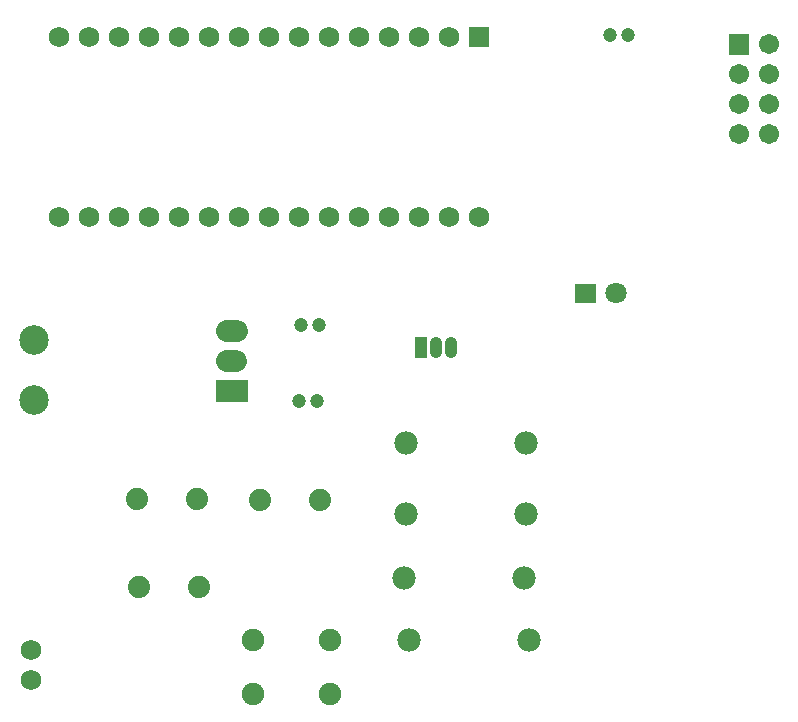
<source format=gbs>
G04 Layer: BottomSolderMaskLayer*
G04 EasyEDA v6.4.31, 2022-01-25 22:29:22*
G04 e61b6c59d15345b4ac09c8306d02ccd6,8f8899c8ce1b4866aa33813601b7f331,10*
G04 Gerber Generator version 0.2*
G04 Scale: 100 percent, Rotated: No, Reflected: No *
G04 Dimensions in millimeters *
G04 leading zeros omitted , absolute positions ,4 integer and 5 decimal *
%FSLAX45Y45*%
%MOMM*%

%ADD22C,1.8796*%
%ADD34C,1.0016*%
%ADD35C,1.9016*%
%ADD36C,1.2032*%
%ADD38C,1.8016*%
%ADD40C,1.7112*%
%ADD41C,2.5016*%
%ADD43C,1.9812*%
%ADD45C,1.7272*%

%LPD*%
D34*
X4597400Y3159198D02*
G01*
X4597400Y3089198D01*
X4724400Y3159198D02*
G01*
X4724400Y3089198D01*
D35*
X2829692Y3009900D02*
G01*
X2909691Y3009900D01*
X2830708Y3263925D02*
G01*
X2910707Y3263925D01*
D36*
G01*
X3592956Y2667000D03*
G01*
X3442843Y2667000D03*
G01*
X3605656Y3314700D03*
G01*
X3455543Y3314700D03*
G01*
X6221856Y5765800D03*
G01*
X6071743Y5765800D03*
D22*
G01*
X2070100Y1841500D03*
G01*
X2578100Y1841500D03*
G01*
X3111500Y1828800D03*
G01*
X3619500Y1828800D03*
G01*
X2082800Y1092200D03*
G01*
X2590800Y1092200D03*
G36*
X5777229Y3497579D02*
G01*
X5777229Y3665220D01*
X5957570Y3665220D01*
X5957570Y3497579D01*
G37*
D38*
G01*
X6121400Y3581400D03*
D35*
G01*
X3053079Y644144D03*
G01*
X3053079Y194055D03*
G01*
X3703320Y644144D03*
G01*
X3703320Y194055D03*
G36*
X7077202Y5604002D02*
G01*
X7077202Y5775197D01*
X7248397Y5775197D01*
X7248397Y5604002D01*
G37*
D40*
G01*
X7416800Y4927600D03*
G01*
X7416800Y5181600D03*
G01*
X7416800Y5435600D03*
G01*
X7416800Y5689600D03*
G01*
X7162800Y5435600D03*
G01*
X7162800Y5181600D03*
G01*
X7162800Y4927600D03*
D41*
G01*
X1193800Y3187700D03*
G01*
X1193800Y2679700D03*
G36*
X4420361Y3039110D02*
G01*
X4420361Y3209289D01*
X4520438Y3209289D01*
X4520438Y3039110D01*
G37*
D43*
G01*
X4368800Y647700D03*
G01*
X5384800Y647700D03*
G01*
X4330700Y1168400D03*
G01*
X5346700Y1168400D03*
G01*
X4343400Y1714500D03*
G01*
X5359400Y1714500D03*
G01*
X4343400Y2311400D03*
G01*
X5359400Y2311400D03*
G36*
X2734563Y2660904D02*
G01*
X2734563Y2850895D01*
X3004820Y2850895D01*
X3004820Y2660904D01*
G37*
D45*
G01*
X1168400Y304800D03*
G01*
X1168603Y558647D03*
G01*
X4965700Y4229100D03*
G01*
X4711700Y4229100D03*
G01*
X4457700Y4229100D03*
G01*
X4203700Y4229100D03*
G01*
X3949700Y4229100D03*
G01*
X3695700Y4229100D03*
G01*
X3441700Y4229100D03*
G01*
X3187700Y4229100D03*
G01*
X2933700Y4229100D03*
G01*
X2679700Y4229100D03*
G01*
X2425700Y4229100D03*
G01*
X2171700Y4229100D03*
G01*
X1917700Y4229100D03*
G01*
X1663700Y4229100D03*
G01*
X1409700Y4229100D03*
G01*
X1409700Y5753100D03*
G01*
X1663700Y5753100D03*
G01*
X1917700Y5753100D03*
G01*
X2171700Y5753100D03*
G01*
X2425700Y5753100D03*
G01*
X2679700Y5753100D03*
G01*
X2933700Y5753100D03*
G01*
X3187700Y5753100D03*
G01*
X3441700Y5753100D03*
G01*
X3695700Y5753100D03*
G01*
X3949700Y5753100D03*
G01*
X4203700Y5753100D03*
G01*
X4457700Y5753100D03*
G01*
X4711700Y5753100D03*
G36*
X4879340Y5666739D02*
G01*
X4879340Y5839460D01*
X5052059Y5839460D01*
X5052059Y5666739D01*
G37*
M02*

</source>
